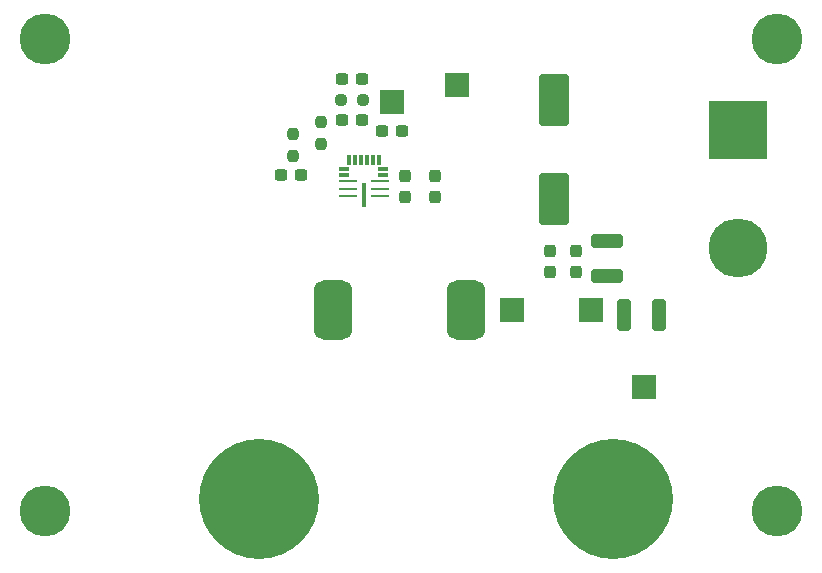
<source format=gbr>
%TF.GenerationSoftware,KiCad,Pcbnew,(6.0.8)*%
%TF.CreationDate,2023-02-08T18:10:39+01:00*%
%TF.ProjectId,power supply prototype,706f7765-7220-4737-9570-706c79207072,rev?*%
%TF.SameCoordinates,Original*%
%TF.FileFunction,Soldermask,Top*%
%TF.FilePolarity,Negative*%
%FSLAX46Y46*%
G04 Gerber Fmt 4.6, Leading zero omitted, Abs format (unit mm)*
G04 Created by KiCad (PCBNEW (6.0.8)) date 2023-02-08 18:10:39*
%MOMM*%
%LPD*%
G01*
G04 APERTURE LIST*
G04 Aperture macros list*
%AMRoundRect*
0 Rectangle with rounded corners*
0 $1 Rounding radius*
0 $2 $3 $4 $5 $6 $7 $8 $9 X,Y pos of 4 corners*
0 Add a 4 corners polygon primitive as box body*
4,1,4,$2,$3,$4,$5,$6,$7,$8,$9,$2,$3,0*
0 Add four circle primitives for the rounded corners*
1,1,$1+$1,$2,$3*
1,1,$1+$1,$4,$5*
1,1,$1+$1,$6,$7*
1,1,$1+$1,$8,$9*
0 Add four rect primitives between the rounded corners*
20,1,$1+$1,$2,$3,$4,$5,0*
20,1,$1+$1,$4,$5,$6,$7,0*
20,1,$1+$1,$6,$7,$8,$9,0*
20,1,$1+$1,$8,$9,$2,$3,0*%
G04 Aperture macros list end*
%ADD10RoundRect,0.250000X-1.000000X1.950000X-1.000000X-1.950000X1.000000X-1.950000X1.000000X1.950000X0*%
%ADD11R,0.914400X0.304800*%
%ADD12R,1.498600X0.254000*%
%ADD13R,0.355600X1.999996*%
%ADD14R,0.304800X0.812800*%
%ADD15RoundRect,0.237500X-0.237500X0.300000X-0.237500X-0.300000X0.237500X-0.300000X0.237500X0.300000X0*%
%ADD16R,2.000000X2.000000*%
%ADD17RoundRect,0.237500X0.237500X-0.300000X0.237500X0.300000X-0.237500X0.300000X-0.237500X-0.300000X0*%
%ADD18C,4.300000*%
%ADD19RoundRect,0.237500X-0.300000X-0.237500X0.300000X-0.237500X0.300000X0.237500X-0.300000X0.237500X0*%
%ADD20RoundRect,0.250000X-0.325000X-1.100000X0.325000X-1.100000X0.325000X1.100000X-0.325000X1.100000X0*%
%ADD21RoundRect,0.812500X-0.812500X-1.687500X0.812500X-1.687500X0.812500X1.687500X-0.812500X1.687500X0*%
%ADD22RoundRect,0.237500X0.300000X0.237500X-0.300000X0.237500X-0.300000X-0.237500X0.300000X-0.237500X0*%
%ADD23RoundRect,0.237500X0.250000X0.237500X-0.250000X0.237500X-0.250000X-0.237500X0.250000X-0.237500X0*%
%ADD24RoundRect,0.237500X-0.237500X0.250000X-0.237500X-0.250000X0.237500X-0.250000X0.237500X0.250000X0*%
%ADD25R,5.000000X5.000000*%
%ADD26O,5.000000X5.000000*%
%ADD27RoundRect,0.250000X1.100000X-0.325000X1.100000X0.325000X-1.100000X0.325000X-1.100000X-0.325000X0*%
%ADD28RoundRect,0.237500X0.237500X-0.250000X0.237500X0.250000X-0.237500X0.250000X-0.237500X-0.250000X0*%
%ADD29C,10.160000*%
G04 APERTURE END LIST*
D10*
%TO.C,CSup2*%
X148100000Y-78200000D03*
X148100000Y-86600000D03*
%TD*%
D11*
%TO.C,U1*%
X130358601Y-84049996D03*
X130358601Y-84549997D03*
D12*
X130650700Y-85050000D03*
X130650700Y-85699999D03*
X130650700Y-86350001D03*
D13*
X132000000Y-86225005D03*
D12*
X133349300Y-86350013D03*
X133349300Y-85699999D03*
X133349300Y-85050013D03*
D11*
X133641399Y-84549997D03*
X133641399Y-84049996D03*
D14*
X133250000Y-83293600D03*
X132750001Y-83293600D03*
X132250000Y-83293600D03*
X131750000Y-83293600D03*
X131249999Y-83293600D03*
X130750000Y-83293600D03*
%TD*%
D15*
%TO.C,Cbyp1*%
X135500000Y-84637500D03*
X135500000Y-86362500D03*
%TD*%
D16*
%TO.C,TP4*%
X134400000Y-78400000D03*
%TD*%
D17*
%TO.C,DNp*%
X147800000Y-92725000D03*
X147800000Y-91000000D03*
%TD*%
D18*
%TO.C,H2*%
X105000000Y-73000000D03*
%TD*%
D19*
%TO.C,Cc1*%
X130137500Y-76400000D03*
X131862500Y-76400000D03*
%TD*%
D20*
%TO.C,Cout3*%
X154050000Y-96400000D03*
X157000000Y-96400000D03*
%TD*%
D18*
%TO.C,H1*%
X167000000Y-113000000D03*
%TD*%
D21*
%TO.C,L1*%
X140650000Y-96000000D03*
X129350000Y-96000000D03*
%TD*%
D16*
%TO.C,TP1*%
X139900000Y-76900000D03*
%TD*%
D18*
%TO.C,H3*%
X167000000Y-73000000D03*
%TD*%
D22*
%TO.C,CF1*%
X131862500Y-79900000D03*
X130137500Y-79900000D03*
%TD*%
D23*
%TO.C,RCOMP1*%
X131912500Y-78200000D03*
X130087500Y-78200000D03*
%TD*%
D16*
%TO.C,TP5*%
X144500000Y-96000000D03*
%TD*%
%TO.C,TP3*%
X155750000Y-102500000D03*
%TD*%
D19*
%TO.C,CBIAS1*%
X133500000Y-80800000D03*
X135225000Y-80800000D03*
%TD*%
D16*
%TO.C,TP2*%
X151200000Y-96000000D03*
%TD*%
D18*
%TO.C,H4*%
X105000000Y-113000000D03*
%TD*%
D19*
%TO.C,Cbst1*%
X124975000Y-84500000D03*
X126700000Y-84500000D03*
%TD*%
D24*
%TO.C,R_RST1*%
X126000000Y-81087500D03*
X126000000Y-82912500D03*
%TD*%
D25*
%TO.C,Input*%
X163700000Y-80700000D03*
D26*
X163700000Y-90700000D03*
%TD*%
D17*
%TO.C,DNP*%
X150000000Y-92725000D03*
X150000000Y-91000000D03*
%TD*%
D15*
%TO.C,Csup1*%
X138000000Y-84637500D03*
X138000000Y-86362500D03*
%TD*%
D27*
%TO.C,Cout1*%
X152600000Y-93075000D03*
X152600000Y-90125000D03*
%TD*%
D28*
%TO.C,R_OSC1*%
X128400000Y-81912500D03*
X128400000Y-80087500D03*
%TD*%
D29*
%TO.C,J1*%
X153100000Y-112000000D03*
X123130000Y-112000000D03*
%TD*%
M02*

</source>
